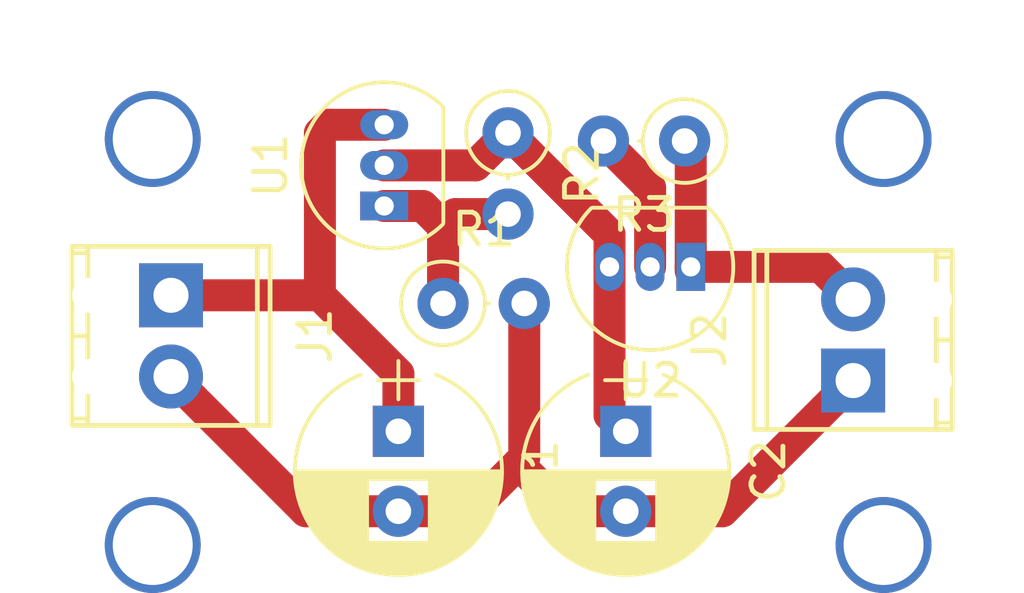
<source format=kicad_pcb>
(kicad_pcb (version 20171130) (host pcbnew 5.0.0-rc2-dev-unknown-6866c0c~65~ubuntu16.04.1)

  (general
    (thickness 1.6)
    (drawings 0)
    (tracks 38)
    (zones 0)
    (modules 9)
    (nets 7)
  )

  (page A4)
  (layers
    (0 F.Cu signal)
    (31 B.Cu signal)
    (32 B.Adhes user)
    (33 F.Adhes user)
    (34 B.Paste user)
    (35 F.Paste user)
    (36 B.SilkS user)
    (37 F.SilkS user)
    (38 B.Mask user)
    (39 F.Mask user)
    (40 Dwgs.User user)
    (41 Cmts.User user)
    (42 Eco1.User user)
    (43 Eco2.User user)
    (44 Edge.Cuts user)
    (45 Margin user)
    (46 B.CrtYd user)
    (47 F.CrtYd user)
    (48 B.Fab user)
    (49 F.Fab user)
  )

  (setup
    (last_trace_width 0.25)
    (trace_clearance 0.2)
    (zone_clearance 0.508)
    (zone_45_only no)
    (trace_min 0.2)
    (segment_width 0.2)
    (edge_width 0.15)
    (via_size 0.8)
    (via_drill 0.4)
    (via_min_size 0.4)
    (via_min_drill 0.3)
    (uvia_size 0.3)
    (uvia_drill 0.1)
    (uvias_allowed no)
    (uvia_min_size 0.2)
    (uvia_min_drill 0.1)
    (pcb_text_width 0.3)
    (pcb_text_size 1.5 1.5)
    (mod_edge_width 0.15)
    (mod_text_size 1 1)
    (mod_text_width 0.15)
    (pad_size 1.524 1.524)
    (pad_drill 0.762)
    (pad_to_mask_clearance 0.2)
    (aux_axis_origin 0 0)
    (visible_elements FFFFFFFF)
    (pcbplotparams
      (layerselection 0x010fc_ffffffff)
      (usegerberextensions false)
      (usegerberattributes false)
      (usegerberadvancedattributes false)
      (creategerberjobfile false)
      (excludeedgelayer true)
      (linewidth 0.100000)
      (plotframeref false)
      (viasonmask false)
      (mode 1)
      (useauxorigin false)
      (hpglpennumber 1)
      (hpglpenspeed 20)
      (hpglpendiameter 15)
      (psnegative false)
      (psa4output false)
      (plotreference true)
      (plotvalue true)
      (plotinvisibletext false)
      (padsonsilk false)
      (subtractmaskfromsilk false)
      (outputformat 1)
      (mirror false)
      (drillshape 1)
      (scaleselection 1)
      (outputdirectory ""))
  )

  (net 0 "")
  (net 1 "Net-(C1-Pad1)")
  (net 2 "Net-(C2-Pad1)")
  (net 3 "Net-(R1-Pad1)")
  (net 4 "Net-(R3-Pad2)")
  (net 5 "Net-(J2-Pad2)")
  (net 6 /GND)

  (net_class Default "This is the default net class."
    (clearance 0.2)
    (trace_width 0.25)
    (via_dia 0.8)
    (via_drill 0.4)
    (uvia_dia 0.3)
    (uvia_drill 0.1)
  )

  (net_class B ""
    (clearance 0.2)
    (trace_width 1)
    (via_dia 0.8)
    (via_drill 0.4)
    (uvia_dia 0.3)
    (uvia_drill 0.1)
    (add_net /GND)
    (add_net "Net-(C1-Pad1)")
    (add_net "Net-(C2-Pad1)")
    (add_net "Net-(J2-Pad2)")
    (add_net "Net-(R1-Pad1)")
    (add_net "Net-(R3-Pad2)")
  )

  (module Capacitors_THT:CP_Radial_D6.3mm_P2.50mm (layer F.Cu) (tedit 597BC7C2) (tstamp 5AF3987B)
    (at 163.8935 104.394 270)
    (descr "CP, Radial series, Radial, pin pitch=2.50mm, , diameter=6.3mm, Electrolytic Capacitor")
    (tags "CP Radial series Radial pin pitch 2.50mm  diameter 6.3mm Electrolytic Capacitor")
    (path /5AF3A1A7)
    (fp_text reference C1 (at 1.25 -4.46 270) (layer F.SilkS)
      (effects (font (size 1 1) (thickness 0.15)))
    )
    (fp_text value CP (at 1.25 4.46 270) (layer F.Fab)
      (effects (font (size 1 1) (thickness 0.15)))
    )
    (fp_arc (start 1.25 0) (end -1.767482 -1.18) (angle 137.3) (layer F.SilkS) (width 0.12))
    (fp_arc (start 1.25 0) (end -1.767482 1.18) (angle -137.3) (layer F.SilkS) (width 0.12))
    (fp_arc (start 1.25 0) (end 4.267482 -1.18) (angle 42.7) (layer F.SilkS) (width 0.12))
    (fp_circle (center 1.25 0) (end 4.4 0) (layer F.Fab) (width 0.1))
    (fp_line (start -2.2 0) (end -1 0) (layer F.Fab) (width 0.1))
    (fp_line (start -1.6 -0.65) (end -1.6 0.65) (layer F.Fab) (width 0.1))
    (fp_line (start 1.25 -3.2) (end 1.25 3.2) (layer F.SilkS) (width 0.12))
    (fp_line (start 1.29 -3.2) (end 1.29 3.2) (layer F.SilkS) (width 0.12))
    (fp_line (start 1.33 -3.2) (end 1.33 3.2) (layer F.SilkS) (width 0.12))
    (fp_line (start 1.37 -3.198) (end 1.37 3.198) (layer F.SilkS) (width 0.12))
    (fp_line (start 1.41 -3.197) (end 1.41 3.197) (layer F.SilkS) (width 0.12))
    (fp_line (start 1.45 -3.194) (end 1.45 3.194) (layer F.SilkS) (width 0.12))
    (fp_line (start 1.49 -3.192) (end 1.49 3.192) (layer F.SilkS) (width 0.12))
    (fp_line (start 1.53 -3.188) (end 1.53 -0.98) (layer F.SilkS) (width 0.12))
    (fp_line (start 1.53 0.98) (end 1.53 3.188) (layer F.SilkS) (width 0.12))
    (fp_line (start 1.57 -3.185) (end 1.57 -0.98) (layer F.SilkS) (width 0.12))
    (fp_line (start 1.57 0.98) (end 1.57 3.185) (layer F.SilkS) (width 0.12))
    (fp_line (start 1.61 -3.18) (end 1.61 -0.98) (layer F.SilkS) (width 0.12))
    (fp_line (start 1.61 0.98) (end 1.61 3.18) (layer F.SilkS) (width 0.12))
    (fp_line (start 1.65 -3.176) (end 1.65 -0.98) (layer F.SilkS) (width 0.12))
    (fp_line (start 1.65 0.98) (end 1.65 3.176) (layer F.SilkS) (width 0.12))
    (fp_line (start 1.69 -3.17) (end 1.69 -0.98) (layer F.SilkS) (width 0.12))
    (fp_line (start 1.69 0.98) (end 1.69 3.17) (layer F.SilkS) (width 0.12))
    (fp_line (start 1.73 -3.165) (end 1.73 -0.98) (layer F.SilkS) (width 0.12))
    (fp_line (start 1.73 0.98) (end 1.73 3.165) (layer F.SilkS) (width 0.12))
    (fp_line (start 1.77 -3.158) (end 1.77 -0.98) (layer F.SilkS) (width 0.12))
    (fp_line (start 1.77 0.98) (end 1.77 3.158) (layer F.SilkS) (width 0.12))
    (fp_line (start 1.81 -3.152) (end 1.81 -0.98) (layer F.SilkS) (width 0.12))
    (fp_line (start 1.81 0.98) (end 1.81 3.152) (layer F.SilkS) (width 0.12))
    (fp_line (start 1.85 -3.144) (end 1.85 -0.98) (layer F.SilkS) (width 0.12))
    (fp_line (start 1.85 0.98) (end 1.85 3.144) (layer F.SilkS) (width 0.12))
    (fp_line (start 1.89 -3.137) (end 1.89 -0.98) (layer F.SilkS) (width 0.12))
    (fp_line (start 1.89 0.98) (end 1.89 3.137) (layer F.SilkS) (width 0.12))
    (fp_line (start 1.93 -3.128) (end 1.93 -0.98) (layer F.SilkS) (width 0.12))
    (fp_line (start 1.93 0.98) (end 1.93 3.128) (layer F.SilkS) (width 0.12))
    (fp_line (start 1.971 -3.119) (end 1.971 -0.98) (layer F.SilkS) (width 0.12))
    (fp_line (start 1.971 0.98) (end 1.971 3.119) (layer F.SilkS) (width 0.12))
    (fp_line (start 2.011 -3.11) (end 2.011 -0.98) (layer F.SilkS) (width 0.12))
    (fp_line (start 2.011 0.98) (end 2.011 3.11) (layer F.SilkS) (width 0.12))
    (fp_line (start 2.051 -3.1) (end 2.051 -0.98) (layer F.SilkS) (width 0.12))
    (fp_line (start 2.051 0.98) (end 2.051 3.1) (layer F.SilkS) (width 0.12))
    (fp_line (start 2.091 -3.09) (end 2.091 -0.98) (layer F.SilkS) (width 0.12))
    (fp_line (start 2.091 0.98) (end 2.091 3.09) (layer F.SilkS) (width 0.12))
    (fp_line (start 2.131 -3.079) (end 2.131 -0.98) (layer F.SilkS) (width 0.12))
    (fp_line (start 2.131 0.98) (end 2.131 3.079) (layer F.SilkS) (width 0.12))
    (fp_line (start 2.171 -3.067) (end 2.171 -0.98) (layer F.SilkS) (width 0.12))
    (fp_line (start 2.171 0.98) (end 2.171 3.067) (layer F.SilkS) (width 0.12))
    (fp_line (start 2.211 -3.055) (end 2.211 -0.98) (layer F.SilkS) (width 0.12))
    (fp_line (start 2.211 0.98) (end 2.211 3.055) (layer F.SilkS) (width 0.12))
    (fp_line (start 2.251 -3.042) (end 2.251 -0.98) (layer F.SilkS) (width 0.12))
    (fp_line (start 2.251 0.98) (end 2.251 3.042) (layer F.SilkS) (width 0.12))
    (fp_line (start 2.291 -3.029) (end 2.291 -0.98) (layer F.SilkS) (width 0.12))
    (fp_line (start 2.291 0.98) (end 2.291 3.029) (layer F.SilkS) (width 0.12))
    (fp_line (start 2.331 -3.015) (end 2.331 -0.98) (layer F.SilkS) (width 0.12))
    (fp_line (start 2.331 0.98) (end 2.331 3.015) (layer F.SilkS) (width 0.12))
    (fp_line (start 2.371 -3.001) (end 2.371 -0.98) (layer F.SilkS) (width 0.12))
    (fp_line (start 2.371 0.98) (end 2.371 3.001) (layer F.SilkS) (width 0.12))
    (fp_line (start 2.411 -2.986) (end 2.411 -0.98) (layer F.SilkS) (width 0.12))
    (fp_line (start 2.411 0.98) (end 2.411 2.986) (layer F.SilkS) (width 0.12))
    (fp_line (start 2.451 -2.97) (end 2.451 -0.98) (layer F.SilkS) (width 0.12))
    (fp_line (start 2.451 0.98) (end 2.451 2.97) (layer F.SilkS) (width 0.12))
    (fp_line (start 2.491 -2.954) (end 2.491 -0.98) (layer F.SilkS) (width 0.12))
    (fp_line (start 2.491 0.98) (end 2.491 2.954) (layer F.SilkS) (width 0.12))
    (fp_line (start 2.531 -2.937) (end 2.531 -0.98) (layer F.SilkS) (width 0.12))
    (fp_line (start 2.531 0.98) (end 2.531 2.937) (layer F.SilkS) (width 0.12))
    (fp_line (start 2.571 -2.919) (end 2.571 -0.98) (layer F.SilkS) (width 0.12))
    (fp_line (start 2.571 0.98) (end 2.571 2.919) (layer F.SilkS) (width 0.12))
    (fp_line (start 2.611 -2.901) (end 2.611 -0.98) (layer F.SilkS) (width 0.12))
    (fp_line (start 2.611 0.98) (end 2.611 2.901) (layer F.SilkS) (width 0.12))
    (fp_line (start 2.651 -2.882) (end 2.651 -0.98) (layer F.SilkS) (width 0.12))
    (fp_line (start 2.651 0.98) (end 2.651 2.882) (layer F.SilkS) (width 0.12))
    (fp_line (start 2.691 -2.863) (end 2.691 -0.98) (layer F.SilkS) (width 0.12))
    (fp_line (start 2.691 0.98) (end 2.691 2.863) (layer F.SilkS) (width 0.12))
    (fp_line (start 2.731 -2.843) (end 2.731 -0.98) (layer F.SilkS) (width 0.12))
    (fp_line (start 2.731 0.98) (end 2.731 2.843) (layer F.SilkS) (width 0.12))
    (fp_line (start 2.771 -2.822) (end 2.771 -0.98) (layer F.SilkS) (width 0.12))
    (fp_line (start 2.771 0.98) (end 2.771 2.822) (layer F.SilkS) (width 0.12))
    (fp_line (start 2.811 -2.8) (end 2.811 -0.98) (layer F.SilkS) (width 0.12))
    (fp_line (start 2.811 0.98) (end 2.811 2.8) (layer F.SilkS) (width 0.12))
    (fp_line (start 2.851 -2.778) (end 2.851 -0.98) (layer F.SilkS) (width 0.12))
    (fp_line (start 2.851 0.98) (end 2.851 2.778) (layer F.SilkS) (width 0.12))
    (fp_line (start 2.891 -2.755) (end 2.891 -0.98) (layer F.SilkS) (width 0.12))
    (fp_line (start 2.891 0.98) (end 2.891 2.755) (layer F.SilkS) (width 0.12))
    (fp_line (start 2.931 -2.731) (end 2.931 -0.98) (layer F.SilkS) (width 0.12))
    (fp_line (start 2.931 0.98) (end 2.931 2.731) (layer F.SilkS) (width 0.12))
    (fp_line (start 2.971 -2.706) (end 2.971 -0.98) (layer F.SilkS) (width 0.12))
    (fp_line (start 2.971 0.98) (end 2.971 2.706) (layer F.SilkS) (width 0.12))
    (fp_line (start 3.011 -2.681) (end 3.011 -0.98) (layer F.SilkS) (width 0.12))
    (fp_line (start 3.011 0.98) (end 3.011 2.681) (layer F.SilkS) (width 0.12))
    (fp_line (start 3.051 -2.654) (end 3.051 -0.98) (layer F.SilkS) (width 0.12))
    (fp_line (start 3.051 0.98) (end 3.051 2.654) (layer F.SilkS) (width 0.12))
    (fp_line (start 3.091 -2.627) (end 3.091 -0.98) (layer F.SilkS) (width 0.12))
    (fp_line (start 3.091 0.98) (end 3.091 2.627) (layer F.SilkS) (width 0.12))
    (fp_line (start 3.131 -2.599) (end 3.131 -0.98) (layer F.SilkS) (width 0.12))
    (fp_line (start 3.131 0.98) (end 3.131 2.599) (layer F.SilkS) (width 0.12))
    (fp_line (start 3.171 -2.57) (end 3.171 -0.98) (layer F.SilkS) (width 0.12))
    (fp_line (start 3.171 0.98) (end 3.171 2.57) (layer F.SilkS) (width 0.12))
    (fp_line (start 3.211 -2.54) (end 3.211 -0.98) (layer F.SilkS) (width 0.12))
    (fp_line (start 3.211 0.98) (end 3.211 2.54) (layer F.SilkS) (width 0.12))
    (fp_line (start 3.251 -2.51) (end 3.251 -0.98) (layer F.SilkS) (width 0.12))
    (fp_line (start 3.251 0.98) (end 3.251 2.51) (layer F.SilkS) (width 0.12))
    (fp_line (start 3.291 -2.478) (end 3.291 -0.98) (layer F.SilkS) (width 0.12))
    (fp_line (start 3.291 0.98) (end 3.291 2.478) (layer F.SilkS) (width 0.12))
    (fp_line (start 3.331 -2.445) (end 3.331 -0.98) (layer F.SilkS) (width 0.12))
    (fp_line (start 3.331 0.98) (end 3.331 2.445) (layer F.SilkS) (width 0.12))
    (fp_line (start 3.371 -2.411) (end 3.371 -0.98) (layer F.SilkS) (width 0.12))
    (fp_line (start 3.371 0.98) (end 3.371 2.411) (layer F.SilkS) (width 0.12))
    (fp_line (start 3.411 -2.375) (end 3.411 -0.98) (layer F.SilkS) (width 0.12))
    (fp_line (start 3.411 0.98) (end 3.411 2.375) (layer F.SilkS) (width 0.12))
    (fp_line (start 3.451 -2.339) (end 3.451 -0.98) (layer F.SilkS) (width 0.12))
    (fp_line (start 3.451 0.98) (end 3.451 2.339) (layer F.SilkS) (width 0.12))
    (fp_line (start 3.491 -2.301) (end 3.491 2.301) (layer F.SilkS) (width 0.12))
    (fp_line (start 3.531 -2.262) (end 3.531 2.262) (layer F.SilkS) (width 0.12))
    (fp_line (start 3.571 -2.222) (end 3.571 2.222) (layer F.SilkS) (width 0.12))
    (fp_line (start 3.611 -2.18) (end 3.611 2.18) (layer F.SilkS) (width 0.12))
    (fp_line (start 3.651 -2.137) (end 3.651 2.137) (layer F.SilkS) (width 0.12))
    (fp_line (start 3.691 -2.092) (end 3.691 2.092) (layer F.SilkS) (width 0.12))
    (fp_line (start 3.731 -2.045) (end 3.731 2.045) (layer F.SilkS) (width 0.12))
    (fp_line (start 3.771 -1.997) (end 3.771 1.997) (layer F.SilkS) (width 0.12))
    (fp_line (start 3.811 -1.946) (end 3.811 1.946) (layer F.SilkS) (width 0.12))
    (fp_line (start 3.851 -1.894) (end 3.851 1.894) (layer F.SilkS) (width 0.12))
    (fp_line (start 3.891 -1.839) (end 3.891 1.839) (layer F.SilkS) (width 0.12))
    (fp_line (start 3.931 -1.781) (end 3.931 1.781) (layer F.SilkS) (width 0.12))
    (fp_line (start 3.971 -1.721) (end 3.971 1.721) (layer F.SilkS) (width 0.12))
    (fp_line (start 4.011 -1.658) (end 4.011 1.658) (layer F.SilkS) (width 0.12))
    (fp_line (start 4.051 -1.591) (end 4.051 1.591) (layer F.SilkS) (width 0.12))
    (fp_line (start 4.091 -1.52) (end 4.091 1.52) (layer F.SilkS) (width 0.12))
    (fp_line (start 4.131 -1.445) (end 4.131 1.445) (layer F.SilkS) (width 0.12))
    (fp_line (start 4.171 -1.364) (end 4.171 1.364) (layer F.SilkS) (width 0.12))
    (fp_line (start 4.211 -1.278) (end 4.211 1.278) (layer F.SilkS) (width 0.12))
    (fp_line (start 4.251 -1.184) (end 4.251 1.184) (layer F.SilkS) (width 0.12))
    (fp_line (start 4.291 -1.081) (end 4.291 1.081) (layer F.SilkS) (width 0.12))
    (fp_line (start 4.331 -0.966) (end 4.331 0.966) (layer F.SilkS) (width 0.12))
    (fp_line (start 4.371 -0.834) (end 4.371 0.834) (layer F.SilkS) (width 0.12))
    (fp_line (start 4.411 -0.676) (end 4.411 0.676) (layer F.SilkS) (width 0.12))
    (fp_line (start 4.451 -0.468) (end 4.451 0.468) (layer F.SilkS) (width 0.12))
    (fp_line (start -2.2 0) (end -1 0) (layer F.SilkS) (width 0.12))
    (fp_line (start -1.6 -0.65) (end -1.6 0.65) (layer F.SilkS) (width 0.12))
    (fp_line (start -2.25 -3.5) (end -2.25 3.5) (layer F.CrtYd) (width 0.05))
    (fp_line (start -2.25 3.5) (end 4.75 3.5) (layer F.CrtYd) (width 0.05))
    (fp_line (start 4.75 3.5) (end 4.75 -3.5) (layer F.CrtYd) (width 0.05))
    (fp_line (start 4.75 -3.5) (end -2.25 -3.5) (layer F.CrtYd) (width 0.05))
    (fp_text user %R (at 1.25 0 270) (layer F.Fab)
      (effects (font (size 1 1) (thickness 0.15)))
    )
    (pad 1 thru_hole rect (at 0 0 270) (size 1.6 1.6) (drill 0.8) (layers *.Cu *.Mask)
      (net 1 "Net-(C1-Pad1)"))
    (pad 2 thru_hole circle (at 2.5 0 270) (size 1.6 1.6) (drill 0.8) (layers *.Cu *.Mask)
      (net 6 /GND))
    (model ${KISYS3DMOD}/Capacitors_THT.3dshapes/CP_Radial_D6.3mm_P2.50mm.wrl
      (at (xyz 0 0 0))
      (scale (xyz 1 1 1))
      (rotate (xyz 0 0 0))
    )
  )

  (module Capacitors_THT:CP_Radial_D6.3mm_P2.50mm (layer F.Cu) (tedit 597BC7C2) (tstamp 5AF39AB5)
    (at 171.0055 104.394 270)
    (descr "CP, Radial series, Radial, pin pitch=2.50mm, , diameter=6.3mm, Electrolytic Capacitor")
    (tags "CP Radial series Radial pin pitch 2.50mm  diameter 6.3mm Electrolytic Capacitor")
    (path /5AF3A23D)
    (fp_text reference C2 (at 1.25 -4.46 270) (layer F.SilkS)
      (effects (font (size 1 1) (thickness 0.15)))
    )
    (fp_text value CP (at 1.25 4.46 270) (layer F.Fab)
      (effects (font (size 1 1) (thickness 0.15)))
    )
    (fp_text user %R (at 1.25 0 270) (layer F.Fab)
      (effects (font (size 1 1) (thickness 0.15)))
    )
    (fp_line (start 4.75 -3.5) (end -2.25 -3.5) (layer F.CrtYd) (width 0.05))
    (fp_line (start 4.75 3.5) (end 4.75 -3.5) (layer F.CrtYd) (width 0.05))
    (fp_line (start -2.25 3.5) (end 4.75 3.5) (layer F.CrtYd) (width 0.05))
    (fp_line (start -2.25 -3.5) (end -2.25 3.5) (layer F.CrtYd) (width 0.05))
    (fp_line (start -1.6 -0.65) (end -1.6 0.65) (layer F.SilkS) (width 0.12))
    (fp_line (start -2.2 0) (end -1 0) (layer F.SilkS) (width 0.12))
    (fp_line (start 4.451 -0.468) (end 4.451 0.468) (layer F.SilkS) (width 0.12))
    (fp_line (start 4.411 -0.676) (end 4.411 0.676) (layer F.SilkS) (width 0.12))
    (fp_line (start 4.371 -0.834) (end 4.371 0.834) (layer F.SilkS) (width 0.12))
    (fp_line (start 4.331 -0.966) (end 4.331 0.966) (layer F.SilkS) (width 0.12))
    (fp_line (start 4.291 -1.081) (end 4.291 1.081) (layer F.SilkS) (width 0.12))
    (fp_line (start 4.251 -1.184) (end 4.251 1.184) (layer F.SilkS) (width 0.12))
    (fp_line (start 4.211 -1.278) (end 4.211 1.278) (layer F.SilkS) (width 0.12))
    (fp_line (start 4.171 -1.364) (end 4.171 1.364) (layer F.SilkS) (width 0.12))
    (fp_line (start 4.131 -1.445) (end 4.131 1.445) (layer F.SilkS) (width 0.12))
    (fp_line (start 4.091 -1.52) (end 4.091 1.52) (layer F.SilkS) (width 0.12))
    (fp_line (start 4.051 -1.591) (end 4.051 1.591) (layer F.SilkS) (width 0.12))
    (fp_line (start 4.011 -1.658) (end 4.011 1.658) (layer F.SilkS) (width 0.12))
    (fp_line (start 3.971 -1.721) (end 3.971 1.721) (layer F.SilkS) (width 0.12))
    (fp_line (start 3.931 -1.781) (end 3.931 1.781) (layer F.SilkS) (width 0.12))
    (fp_line (start 3.891 -1.839) (end 3.891 1.839) (layer F.SilkS) (width 0.12))
    (fp_line (start 3.851 -1.894) (end 3.851 1.894) (layer F.SilkS) (width 0.12))
    (fp_line (start 3.811 -1.946) (end 3.811 1.946) (layer F.SilkS) (width 0.12))
    (fp_line (start 3.771 -1.997) (end 3.771 1.997) (layer F.SilkS) (width 0.12))
    (fp_line (start 3.731 -2.045) (end 3.731 2.045) (layer F.SilkS) (width 0.12))
    (fp_line (start 3.691 -2.092) (end 3.691 2.092) (layer F.SilkS) (width 0.12))
    (fp_line (start 3.651 -2.137) (end 3.651 2.137) (layer F.SilkS) (width 0.12))
    (fp_line (start 3.611 -2.18) (end 3.611 2.18) (layer F.SilkS) (width 0.12))
    (fp_line (start 3.571 -2.222) (end 3.571 2.222) (layer F.SilkS) (width 0.12))
    (fp_line (start 3.531 -2.262) (end 3.531 2.262) (layer F.SilkS) (width 0.12))
    (fp_line (start 3.491 -2.301) (end 3.491 2.301) (layer F.SilkS) (width 0.12))
    (fp_line (start 3.451 0.98) (end 3.451 2.339) (layer F.SilkS) (width 0.12))
    (fp_line (start 3.451 -2.339) (end 3.451 -0.98) (layer F.SilkS) (width 0.12))
    (fp_line (start 3.411 0.98) (end 3.411 2.375) (layer F.SilkS) (width 0.12))
    (fp_line (start 3.411 -2.375) (end 3.411 -0.98) (layer F.SilkS) (width 0.12))
    (fp_line (start 3.371 0.98) (end 3.371 2.411) (layer F.SilkS) (width 0.12))
    (fp_line (start 3.371 -2.411) (end 3.371 -0.98) (layer F.SilkS) (width 0.12))
    (fp_line (start 3.331 0.98) (end 3.331 2.445) (layer F.SilkS) (width 0.12))
    (fp_line (start 3.331 -2.445) (end 3.331 -0.98) (layer F.SilkS) (width 0.12))
    (fp_line (start 3.291 0.98) (end 3.291 2.478) (layer F.SilkS) (width 0.12))
    (fp_line (start 3.291 -2.478) (end 3.291 -0.98) (layer F.SilkS) (width 0.12))
    (fp_line (start 3.251 0.98) (end 3.251 2.51) (layer F.SilkS) (width 0.12))
    (fp_line (start 3.251 -2.51) (end 3.251 -0.98) (layer F.SilkS) (width 0.12))
    (fp_line (start 3.211 0.98) (end 3.211 2.54) (layer F.SilkS) (width 0.12))
    (fp_line (start 3.211 -2.54) (end 3.211 -0.98) (layer F.SilkS) (width 0.12))
    (fp_line (start 3.171 0.98) (end 3.171 2.57) (layer F.SilkS) (width 0.12))
    (fp_line (start 3.171 -2.57) (end 3.171 -0.98) (layer F.SilkS) (width 0.12))
    (fp_line (start 3.131 0.98) (end 3.131 2.599) (layer F.SilkS) (width 0.12))
    (fp_line (start 3.131 -2.599) (end 3.131 -0.98) (layer F.SilkS) (width 0.12))
    (fp_line (start 3.091 0.98) (end 3.091 2.627) (layer F.SilkS) (width 0.12))
    (fp_line (start 3.091 -2.627) (end 3.091 -0.98) (layer F.SilkS) (width 0.12))
    (fp_line (start 3.051 0.98) (end 3.051 2.654) (layer F.SilkS) (width 0.12))
    (fp_line (start 3.051 -2.654) (end 3.051 -0.98) (layer F.SilkS) (width 0.12))
    (fp_line (start 3.011 0.98) (end 3.011 2.681) (layer F.SilkS) (width 0.12))
    (fp_line (start 3.011 -2.681) (end 3.011 -0.98) (layer F.SilkS) (width 0.12))
    (fp_line (start 2.971 0.98) (end 2.971 2.706) (layer F.SilkS) (width 0.12))
    (fp_line (start 2.971 -2.706) (end 2.971 -0.98) (layer F.SilkS) (width 0.12))
    (fp_line (start 2.931 0.98) (end 2.931 2.731) (layer F.SilkS) (width 0.12))
    (fp_line (start 2.931 -2.731) (end 2.931 -0.98) (layer F.SilkS) (width 0.12))
    (fp_line (start 2.891 0.98) (end 2.891 2.755) (layer F.SilkS) (width 0.12))
    (fp_line (start 2.891 -2.755) (end 2.891 -0.98) (layer F.SilkS) (width 0.12))
    (fp_line (start 2.851 0.98) (end 2.851 2.778) (layer F.SilkS) (width 0.12))
    (fp_line (start 2.851 -2.778) (end 2.851 -0.98) (layer F.SilkS) (width 0.12))
    (fp_line (start 2.811 0.98) (end 2.811 2.8) (layer F.SilkS) (width 0.12))
    (fp_line (start 2.811 -2.8) (end 2.811 -0.98) (layer F.SilkS) (width 0.12))
    (fp_line (start 2.771 0.98) (end 2.771 2.822) (layer F.SilkS) (width 0.12))
    (fp_line (start 2.771 -2.822) (end 2.771 -0.98) (layer F.SilkS) (width 0.12))
    (fp_line (start 2.731 0.98) (end 2.731 2.843) (layer F.SilkS) (width 0.12))
    (fp_line (start 2.731 -2.843) (end 2.731 -0.98) (layer F.SilkS) (width 0.12))
    (fp_line (start 2.691 0.98) (end 2.691 2.863) (layer F.SilkS) (width 0.12))
    (fp_line (start 2.691 -2.863) (end 2.691 -0.98) (layer F.SilkS) (width 0.12))
    (fp_line (start 2.651 0.98) (end 2.651 2.882) (layer F.SilkS) (width 0.12))
    (fp_line (start 2.651 -2.882) (end 2.651 -0.98) (layer F.SilkS) (width 0.12))
    (fp_line (start 2.611 0.98) (end 2.611 2.901) (layer F.SilkS) (width 0.12))
    (fp_line (start 2.611 -2.901) (end 2.611 -0.98) (layer F.SilkS) (width 0.12))
    (fp_line (start 2.571 0.98) (end 2.571 2.919) (layer F.SilkS) (width 0.12))
    (fp_line (start 2.571 -2.919) (end 2.571 -0.98) (layer F.SilkS) (width 0.12))
    (fp_line (start 2.531 0.98) (end 2.531 2.937) (layer F.SilkS) (width 0.12))
    (fp_line (start 2.531 -2.937) (end 2.531 -0.98) (layer F.SilkS) (width 0.12))
    (fp_line (start 2.491 0.98) (end 2.491 2.954) (layer F.SilkS) (width 0.12))
    (fp_line (start 2.491 -2.954) (end 2.491 -0.98) (layer F.SilkS) (width 0.12))
    (fp_line (start 2.451 0.98) (end 2.451 2.97) (layer F.SilkS) (width 0.12))
    (fp_line (start 2.451 -2.97) (end 2.451 -0.98) (layer F.SilkS) (width 0.12))
    (fp_line (start 2.411 0.98) (end 2.411 2.986) (layer F.SilkS) (width 0.12))
    (fp_line (start 2.411 -2.986) (end 2.411 -0.98) (layer F.SilkS) (width 0.12))
    (fp_line (start 2.371 0.98) (end 2.371 3.001) (layer F.SilkS) (width 0.12))
    (fp_line (start 2.371 -3.001) (end 2.371 -0.98) (layer F.SilkS) (width 0.12))
    (fp_line (start 2.331 0.98) (end 2.331 3.015) (layer F.SilkS) (width 0.12))
    (fp_line (start 2.331 -3.015) (end 2.331 -0.98) (layer F.SilkS) (width 0.12))
    (fp_line (start 2.291 0.98) (end 2.291 3.029) (layer F.SilkS) (width 0.12))
    (fp_line (start 2.291 -3.029) (end 2.291 -0.98) (layer F.SilkS) (width 0.12))
    (fp_line (start 2.251 0.98) (end 2.251 3.042) (layer F.SilkS) (width 0.12))
    (fp_line (start 2.251 -3.042) (end 2.251 -0.98) (layer F.SilkS) (width 0.12))
    (fp_line (start 2.211 0.98) (end 2.211 3.055) (layer F.SilkS) (width 0.12))
    (fp_line (start 2.211 -3.055) (end 2.211 -0.98) (layer F.SilkS) (width 0.12))
    (fp_line (start 2.171 0.98) (end 2.171 3.067) (layer F.SilkS) (width 0.12))
    (fp_line (start 2.171 -3.067) (end 2.171 -0.98) (layer F.SilkS) (width 0.12))
    (fp_line (start 2.131 0.98) (end 2.131 3.079) (layer F.SilkS) (width 0.12))
    (fp_line (start 2.131 -3.079) (end 2.131 -0.98) (layer F.SilkS) (width 0.12))
    (fp_line (start 2.091 0.98) (end 2.091 3.09) (layer F.SilkS) (width 0.12))
    (fp_line (start 2.091 -3.09) (end 2.091 -0.98) (layer F.SilkS) (width 0.12))
    (fp_line (start 2.051 0.98) (end 2.051 3.1) (layer F.SilkS) (width 0.12))
    (fp_line (start 2.051 -3.1) (end 2.051 -0.98) (layer F.SilkS) (width 0.12))
    (fp_line (start 2.011 0.98) (end 2.011 3.11) (layer F.SilkS) (width 0.12))
    (fp_line (start 2.011 -3.11) (end 2.011 -0.98) (layer F.SilkS) (width 0.12))
    (fp_line (start 1.971 0.98) (end 1.971 3.119) (layer F.SilkS) (width 0.12))
    (fp_line (start 1.971 -3.119) (end 1.971 -0.98) (layer F.SilkS) (width 0.12))
    (fp_line (start 1.93 0.98) (end 1.93 3.128) (layer F.SilkS) (width 0.12))
    (fp_line (start 1.93 -3.128) (end 1.93 -0.98) (layer F.SilkS) (width 0.12))
    (fp_line (start 1.89 0.98) (end 1.89 3.137) (layer F.SilkS) (width 0.12))
    (fp_line (start 1.89 -3.137) (end 1.89 -0.98) (layer F.SilkS) (width 0.12))
    (fp_line (start 1.85 0.98) (end 1.85 3.144) (layer F.SilkS) (width 0.12))
    (fp_line (start 1.85 -3.144) (end 1.85 -0.98) (layer F.SilkS) (width 0.12))
    (fp_line (start 1.81 0.98) (end 1.81 3.152) (layer F.SilkS) (width 0.12))
    (fp_line (start 1.81 -3.152) (end 1.81 -0.98) (layer F.SilkS) (width 0.12))
    (fp_line (start 1.77 0.98) (end 1.77 3.158) (layer F.SilkS) (width 0.12))
    (fp_line (start 1.77 -3.158) (end 1.77 -0.98) (layer F.SilkS) (width 0.12))
    (fp_line (start 1.73 0.98) (end 1.73 3.165) (layer F.SilkS) (width 0.12))
    (fp_line (start 1.73 -3.165) (end 1.73 -0.98) (layer F.SilkS) (width 0.12))
    (fp_line (start 1.69 0.98) (end 1.69 3.17) (layer F.SilkS) (width 0.12))
    (fp_line (start 1.69 -3.17) (end 1.69 -0.98) (layer F.SilkS) (width 0.12))
    (fp_line (start 1.65 0.98) (end 1.65 3.176) (layer F.SilkS) (width 0.12))
    (fp_line (start 1.65 -3.176) (end 1.65 -0.98) (layer F.SilkS) (width 0.12))
    (fp_line (start 1.61 0.98) (end 1.61 3.18) (layer F.SilkS) (width 0.12))
    (fp_line (start 1.61 -3.18) (end 1.61 -0.98) (layer F.SilkS) (width 0.12))
    (fp_line (start 1.57 0.98) (end 1.57 3.185) (layer F.SilkS) (width 0.12))
    (fp_line (start 1.57 -3.185) (end 1.57 -0.98) (layer F.SilkS) (width 0.12))
    (fp_line (start 1.53 0.98) (end 1.53 3.188) (layer F.SilkS) (width 0.12))
    (fp_line (start 1.53 -3.188) (end 1.53 -0.98) (layer F.SilkS) (width 0.12))
    (fp_line (start 1.49 -3.192) (end 1.49 3.192) (layer F.SilkS) (width 0.12))
    (fp_line (start 1.45 -3.194) (end 1.45 3.194) (layer F.SilkS) (width 0.12))
    (fp_line (start 1.41 -3.197) (end 1.41 3.197) (layer F.SilkS) (width 0.12))
    (fp_line (start 1.37 -3.198) (end 1.37 3.198) (layer F.SilkS) (width 0.12))
    (fp_line (start 1.33 -3.2) (end 1.33 3.2) (layer F.SilkS) (width 0.12))
    (fp_line (start 1.29 -3.2) (end 1.29 3.2) (layer F.SilkS) (width 0.12))
    (fp_line (start 1.25 -3.2) (end 1.25 3.2) (layer F.SilkS) (width 0.12))
    (fp_line (start -1.6 -0.65) (end -1.6 0.65) (layer F.Fab) (width 0.1))
    (fp_line (start -2.2 0) (end -1 0) (layer F.Fab) (width 0.1))
    (fp_circle (center 1.25 0) (end 4.4 0) (layer F.Fab) (width 0.1))
    (fp_arc (start 1.25 0) (end 4.267482 -1.18) (angle 42.7) (layer F.SilkS) (width 0.12))
    (fp_arc (start 1.25 0) (end -1.767482 1.18) (angle -137.3) (layer F.SilkS) (width 0.12))
    (fp_arc (start 1.25 0) (end -1.767482 -1.18) (angle 137.3) (layer F.SilkS) (width 0.12))
    (pad 2 thru_hole circle (at 2.5 0 270) (size 1.6 1.6) (drill 0.8) (layers *.Cu *.Mask)
      (net 6 /GND))
    (pad 1 thru_hole rect (at 0 0 270) (size 1.6 1.6) (drill 0.8) (layers *.Cu *.Mask)
      (net 2 "Net-(C2-Pad1)"))
    (model ${KISYS3DMOD}/Capacitors_THT.3dshapes/CP_Radial_D6.3mm_P2.50mm.wrl
      (at (xyz 0 0 0))
      (scale (xyz 1 1 1))
      (rotate (xyz 0 0 0))
    )
  )

  (module TerminalBlocks_Phoenix:TerminalBlock_Phoenix_MPT-2.54mm_2pol (layer F.Cu) (tedit 59FF0755) (tstamp 5AF399F7)
    (at 156.7815 100.1395 270)
    (descr "2-way 2.54mm pitch terminal block, Phoenix MPT series")
    (path /5AF43BC2)
    (fp_text reference J1 (at 1.27 -4.50088 270) (layer F.SilkS)
      (effects (font (size 1 1) (thickness 0.15)))
    )
    (fp_text value Power (at 1.27 4.50088 270) (layer F.Fab)
      (effects (font (size 1 1) (thickness 0.15)))
    )
    (fp_line (start -1.52908 -3.0988) (end -1.52908 3.0988) (layer F.SilkS) (width 0.15))
    (fp_line (start 4.06908 -3.0988) (end -1.52908 -3.0988) (layer F.SilkS) (width 0.15))
    (fp_line (start 4.06908 3.0988) (end 4.06908 -3.0988) (layer F.SilkS) (width 0.15))
    (fp_line (start -1.52908 3.0988) (end 4.06908 3.0988) (layer F.SilkS) (width 0.15))
    (fp_line (start -1.52908 -2.70002) (end 4.06908 -2.70002) (layer F.SilkS) (width 0.15))
    (fp_line (start 1.27 3.0988) (end 1.27 2.60096) (layer F.SilkS) (width 0.15))
    (fp_line (start 3.87096 2.60096) (end 3.87096 3.0988) (layer F.SilkS) (width 0.15))
    (fp_line (start -1.33096 3.0988) (end -1.33096 2.60096) (layer F.SilkS) (width 0.15))
    (fp_line (start 4.06908 2.60096) (end -1.52908 2.60096) (layer F.SilkS) (width 0.15))
    (fp_line (start 4.3 -3.3) (end 4.3 3.3) (layer F.CrtYd) (width 0.05))
    (fp_line (start 4.3 3.3) (end -1.7 3.3) (layer F.CrtYd) (width 0.05))
    (fp_line (start -1.7 3.3) (end -1.7 -3.3) (layer F.CrtYd) (width 0.05))
    (fp_line (start -1.7 -3.3) (end 4.3 -3.3) (layer F.CrtYd) (width 0.05))
    (fp_text user %R (at 1.27 1.045 180) (layer F.Fab)
      (effects (font (size 1 1) (thickness 0.15)))
    )
    (pad "" np_thru_hole circle (at 2.54 2.54 270) (size 1.1 1.1) (drill 1.1) (layers *.Cu *.Mask))
    (pad "" np_thru_hole circle (at 0 2.54 270) (size 1.1 1.1) (drill 1.1) (layers *.Cu *.Mask))
    (pad 1 thru_hole rect (at 0 0 270) (size 1.99898 1.99898) (drill 1.09728) (layers *.Cu *.Mask)
      (net 1 "Net-(C1-Pad1)"))
    (pad 2 thru_hole oval (at 2.54 0 270) (size 1.99898 1.99898) (drill 1.09728) (layers *.Cu *.Mask)
      (net 6 /GND))
    (model ${KISYS3DMOD}/TerminalBlock_Phoenix.3dshapes/TerminalBlock_Phoenix_MPT-2.54mm_2pol.wrl
      (offset (xyz 1.269999980926514 0 0))
      (scale (xyz 1 1 1))
      (rotate (xyz 0 0 0))
    )
  )

  (module TerminalBlocks_Phoenix:TerminalBlock_Phoenix_MPT-2.54mm_2pol (layer F.Cu) (tedit 59FF0755) (tstamp 5AF399B8)
    (at 178.1175 102.8065 90)
    (descr "2-way 2.54mm pitch terminal block, Phoenix MPT series")
    (path /5AF3F629)
    (fp_text reference J2 (at 1.27 -4.50088 90) (layer F.SilkS)
      (effects (font (size 1 1) (thickness 0.15)))
    )
    (fp_text value Output (at 1.27 4.50088 90) (layer F.Fab)
      (effects (font (size 1 1) (thickness 0.15)))
    )
    (fp_text user %R (at 1.27 1.045 90) (layer F.Fab)
      (effects (font (size 1 1) (thickness 0.15)))
    )
    (fp_line (start -1.7 -3.3) (end 4.3 -3.3) (layer F.CrtYd) (width 0.05))
    (fp_line (start -1.7 3.3) (end -1.7 -3.3) (layer F.CrtYd) (width 0.05))
    (fp_line (start 4.3 3.3) (end -1.7 3.3) (layer F.CrtYd) (width 0.05))
    (fp_line (start 4.3 -3.3) (end 4.3 3.3) (layer F.CrtYd) (width 0.05))
    (fp_line (start 4.06908 2.60096) (end -1.52908 2.60096) (layer F.SilkS) (width 0.15))
    (fp_line (start -1.33096 3.0988) (end -1.33096 2.60096) (layer F.SilkS) (width 0.15))
    (fp_line (start 3.87096 2.60096) (end 3.87096 3.0988) (layer F.SilkS) (width 0.15))
    (fp_line (start 1.27 3.0988) (end 1.27 2.60096) (layer F.SilkS) (width 0.15))
    (fp_line (start -1.52908 -2.70002) (end 4.06908 -2.70002) (layer F.SilkS) (width 0.15))
    (fp_line (start -1.52908 3.0988) (end 4.06908 3.0988) (layer F.SilkS) (width 0.15))
    (fp_line (start 4.06908 3.0988) (end 4.06908 -3.0988) (layer F.SilkS) (width 0.15))
    (fp_line (start 4.06908 -3.0988) (end -1.52908 -3.0988) (layer F.SilkS) (width 0.15))
    (fp_line (start -1.52908 -3.0988) (end -1.52908 3.0988) (layer F.SilkS) (width 0.15))
    (pad 2 thru_hole oval (at 2.54 0 90) (size 1.99898 1.99898) (drill 1.09728) (layers *.Cu *.Mask)
      (net 5 "Net-(J2-Pad2)"))
    (pad 1 thru_hole rect (at 0 0 90) (size 1.99898 1.99898) (drill 1.09728) (layers *.Cu *.Mask)
      (net 6 /GND))
    (pad "" np_thru_hole circle (at 0 2.54 90) (size 1.1 1.1) (drill 1.1) (layers *.Cu *.Mask))
    (pad "" np_thru_hole circle (at 2.54 2.54 90) (size 1.1 1.1) (drill 1.1) (layers *.Cu *.Mask))
    (model ${KISYS3DMOD}/TerminalBlock_Phoenix.3dshapes/TerminalBlock_Phoenix_MPT-2.54mm_2pol.wrl
      (offset (xyz 1.269999980926514 0 0))
      (scale (xyz 1 1 1))
      (rotate (xyz 0 0 0))
    )
  )

  (module Resistors_THT:R_Axial_DIN0207_L6.3mm_D2.5mm_P2.54mm_Vertical (layer F.Cu) (tedit 5874F706) (tstamp 5AF397A6)
    (at 165.2905 100.3935)
    (descr "Resistor, Axial_DIN0207 series, Axial, Vertical, pin pitch=2.54mm, 0.25W = 1/4W, length*diameter=6.3*2.5mm^2, http://cdn-reichelt.de/documents/datenblatt/B400/1_4W%23YAG.pdf")
    (tags "Resistor Axial_DIN0207 series Axial Vertical pin pitch 2.54mm 0.25W = 1/4W length 6.3mm diameter 2.5mm")
    (path /5AF3E55E)
    (fp_text reference R1 (at 1.27 -2.31) (layer F.SilkS)
      (effects (font (size 1 1) (thickness 0.15)))
    )
    (fp_text value R (at 1.27 2.31) (layer F.Fab)
      (effects (font (size 1 1) (thickness 0.15)))
    )
    (fp_line (start 3.65 -1.6) (end -1.6 -1.6) (layer F.CrtYd) (width 0.05))
    (fp_line (start 3.65 1.6) (end 3.65 -1.6) (layer F.CrtYd) (width 0.05))
    (fp_line (start -1.6 1.6) (end 3.65 1.6) (layer F.CrtYd) (width 0.05))
    (fp_line (start -1.6 -1.6) (end -1.6 1.6) (layer F.CrtYd) (width 0.05))
    (fp_line (start 1.31 0) (end 1.44 0) (layer F.SilkS) (width 0.12))
    (fp_line (start 0 0) (end 2.54 0) (layer F.Fab) (width 0.1))
    (fp_circle (center 0 0) (end 1.31 0) (layer F.SilkS) (width 0.12))
    (fp_circle (center 0 0) (end 1.25 0) (layer F.Fab) (width 0.1))
    (pad 2 thru_hole oval (at 2.54 0) (size 1.6 1.6) (drill 0.8) (layers *.Cu *.Mask)
      (net 6 /GND))
    (pad 1 thru_hole circle (at 0 0) (size 1.6 1.6) (drill 0.8) (layers *.Cu *.Mask)
      (net 3 "Net-(R1-Pad1)"))
    (model ${KISYS3DMOD}/Resistors_THT.3dshapes/R_Axial_DIN0207_L6.3mm_D2.5mm_P2.54mm_Vertical.wrl
      (at (xyz 0 0 0))
      (scale (xyz 0.393701 0.393701 0.393701))
      (rotate (xyz 0 0 0))
    )
  )

  (module Resistors_THT:R_Axial_DIN0207_L6.3mm_D2.5mm_P2.54mm_Vertical (layer F.Cu) (tedit 5874F706) (tstamp 5AF39BEA)
    (at 167.3225 95.0595 270)
    (descr "Resistor, Axial_DIN0207 series, Axial, Vertical, pin pitch=2.54mm, 0.25W = 1/4W, length*diameter=6.3*2.5mm^2, http://cdn-reichelt.de/documents/datenblatt/B400/1_4W%23YAG.pdf")
    (tags "Resistor Axial_DIN0207 series Axial Vertical pin pitch 2.54mm 0.25W = 1/4W length 6.3mm diameter 2.5mm")
    (path /5AF3E508)
    (fp_text reference R2 (at 1.27 -2.31 270) (layer F.SilkS)
      (effects (font (size 1 1) (thickness 0.15)))
    )
    (fp_text value R (at 1.27 2.31 270) (layer F.Fab)
      (effects (font (size 1 1) (thickness 0.15)))
    )
    (fp_circle (center 0 0) (end 1.25 0) (layer F.Fab) (width 0.1))
    (fp_circle (center 0 0) (end 1.31 0) (layer F.SilkS) (width 0.12))
    (fp_line (start 0 0) (end 2.54 0) (layer F.Fab) (width 0.1))
    (fp_line (start 1.31 0) (end 1.44 0) (layer F.SilkS) (width 0.12))
    (fp_line (start -1.6 -1.6) (end -1.6 1.6) (layer F.CrtYd) (width 0.05))
    (fp_line (start -1.6 1.6) (end 3.65 1.6) (layer F.CrtYd) (width 0.05))
    (fp_line (start 3.65 1.6) (end 3.65 -1.6) (layer F.CrtYd) (width 0.05))
    (fp_line (start 3.65 -1.6) (end -1.6 -1.6) (layer F.CrtYd) (width 0.05))
    (pad 1 thru_hole circle (at 0 0 270) (size 1.6 1.6) (drill 0.8) (layers *.Cu *.Mask)
      (net 2 "Net-(C2-Pad1)"))
    (pad 2 thru_hole oval (at 2.54 0 270) (size 1.6 1.6) (drill 0.8) (layers *.Cu *.Mask)
      (net 3 "Net-(R1-Pad1)"))
    (model ${KISYS3DMOD}/Resistors_THT.3dshapes/R_Axial_DIN0207_L6.3mm_D2.5mm_P2.54mm_Vertical.wrl
      (at (xyz 0 0 0))
      (scale (xyz 0.393701 0.393701 0.393701))
      (rotate (xyz 0 0 0))
    )
  )

  (module Resistors_THT:R_Axial_DIN0207_L6.3mm_D2.5mm_P2.54mm_Vertical (layer F.Cu) (tedit 5874F706) (tstamp 5AF3D0BA)
    (at 172.847 95.3135 180)
    (descr "Resistor, Axial_DIN0207 series, Axial, Vertical, pin pitch=2.54mm, 0.25W = 1/4W, length*diameter=6.3*2.5mm^2, http://cdn-reichelt.de/documents/datenblatt/B400/1_4W%23YAG.pdf")
    (tags "Resistor Axial_DIN0207 series Axial Vertical pin pitch 2.54mm 0.25W = 1/4W length 6.3mm diameter 2.5mm")
    (path /5AF3E6A1)
    (fp_text reference R3 (at 1.27 -2.31 180) (layer F.SilkS)
      (effects (font (size 1 1) (thickness 0.15)))
    )
    (fp_text value R (at 1.27 2.31 180) (layer F.Fab)
      (effects (font (size 1 1) (thickness 0.15)))
    )
    (fp_circle (center 0 0) (end 1.25 0) (layer F.Fab) (width 0.1))
    (fp_circle (center 0 0) (end 1.31 0) (layer F.SilkS) (width 0.12))
    (fp_line (start 0 0) (end 2.54 0) (layer F.Fab) (width 0.1))
    (fp_line (start 1.31 0) (end 1.44 0) (layer F.SilkS) (width 0.12))
    (fp_line (start -1.6 -1.6) (end -1.6 1.6) (layer F.CrtYd) (width 0.05))
    (fp_line (start -1.6 1.6) (end 3.65 1.6) (layer F.CrtYd) (width 0.05))
    (fp_line (start 3.65 1.6) (end 3.65 -1.6) (layer F.CrtYd) (width 0.05))
    (fp_line (start 3.65 -1.6) (end -1.6 -1.6) (layer F.CrtYd) (width 0.05))
    (pad 1 thru_hole circle (at 0 0 180) (size 1.6 1.6) (drill 0.8) (layers *.Cu *.Mask)
      (net 5 "Net-(J2-Pad2)"))
    (pad 2 thru_hole oval (at 2.54 0 180) (size 1.6 1.6) (drill 0.8) (layers *.Cu *.Mask)
      (net 4 "Net-(R3-Pad2)"))
    (model ${KISYS3DMOD}/Resistors_THT.3dshapes/R_Axial_DIN0207_L6.3mm_D2.5mm_P2.54mm_Vertical.wrl
      (at (xyz 0 0 0))
      (scale (xyz 0.393701 0.393701 0.393701))
      (rotate (xyz 0 0 0))
    )
  )

  (module TO_SOT_Packages_THT:TO-92_Inline_Narrow_Oval (layer F.Cu) (tedit 58CE52AF) (tstamp 5AF39F23)
    (at 163.449 97.3455 90)
    (descr "TO-92 leads in-line, narrow, oval pads, drill 0.6mm (see NXP sot054_po.pdf)")
    (tags "to-92 sc-43 sc-43a sot54 PA33 transistor")
    (path /5AF3E3D9)
    (fp_text reference U1 (at 1.27 -3.56 90) (layer F.SilkS)
      (effects (font (size 1 1) (thickness 0.15)))
    )
    (fp_text value LM317L_TO92 (at 1.27 2.79 90) (layer F.Fab)
      (effects (font (size 1 1) (thickness 0.15)))
    )
    (fp_text user %R (at 1.27 -3.56 90) (layer F.Fab)
      (effects (font (size 1 1) (thickness 0.15)))
    )
    (fp_line (start -0.53 1.85) (end 3.07 1.85) (layer F.SilkS) (width 0.12))
    (fp_line (start -0.5 1.75) (end 3 1.75) (layer F.Fab) (width 0.1))
    (fp_line (start -1.46 -2.73) (end 4 -2.73) (layer F.CrtYd) (width 0.05))
    (fp_line (start -1.46 -2.73) (end -1.46 2.01) (layer F.CrtYd) (width 0.05))
    (fp_line (start 4 2.01) (end 4 -2.73) (layer F.CrtYd) (width 0.05))
    (fp_line (start 4 2.01) (end -1.46 2.01) (layer F.CrtYd) (width 0.05))
    (fp_arc (start 1.27 0) (end 1.27 -2.48) (angle 135) (layer F.Fab) (width 0.1))
    (fp_arc (start 1.27 0) (end 1.27 -2.6) (angle -135) (layer F.SilkS) (width 0.12))
    (fp_arc (start 1.27 0) (end 1.27 -2.48) (angle -135) (layer F.Fab) (width 0.1))
    (fp_arc (start 1.27 0) (end 1.27 -2.6) (angle 135) (layer F.SilkS) (width 0.12))
    (pad 2 thru_hole oval (at 1.27 0 270) (size 0.9 1.5) (drill 0.6) (layers *.Cu *.Mask)
      (net 2 "Net-(C2-Pad1)"))
    (pad 3 thru_hole oval (at 2.54 0 270) (size 0.9 1.5) (drill 0.6) (layers *.Cu *.Mask)
      (net 1 "Net-(C1-Pad1)"))
    (pad 1 thru_hole rect (at 0 0 270) (size 0.9 1.5) (drill 0.6) (layers *.Cu *.Mask)
      (net 3 "Net-(R1-Pad1)"))
    (model ${KISYS3DMOD}/TO_SOT_Packages_THT.3dshapes/TO-92_Inline_Narrow_Oval.wrl
      (offset (xyz 1.269999980926514 0 0))
      (scale (xyz 1 1 1))
      (rotate (xyz 0 0 -90))
    )
  )

  (module TO_SOT_Packages_THT:TO-92_Inline_Narrow_Oval (layer F.Cu) (tedit 58CE52AF) (tstamp 5AF39F35)
    (at 173.0375 99.2505 180)
    (descr "TO-92 leads in-line, narrow, oval pads, drill 0.6mm (see NXP sot054_po.pdf)")
    (tags "to-92 sc-43 sc-43a sot54 PA33 transistor")
    (path /5AF3E48F)
    (fp_text reference U2 (at 1.27 -3.56 180) (layer F.SilkS)
      (effects (font (size 1 1) (thickness 0.15)))
    )
    (fp_text value LM317L_TO92 (at 1.27 2.79 180) (layer F.Fab)
      (effects (font (size 1 1) (thickness 0.15)))
    )
    (fp_arc (start 1.27 0) (end 1.27 -2.6) (angle 135) (layer F.SilkS) (width 0.12))
    (fp_arc (start 1.27 0) (end 1.27 -2.48) (angle -135) (layer F.Fab) (width 0.1))
    (fp_arc (start 1.27 0) (end 1.27 -2.6) (angle -135) (layer F.SilkS) (width 0.12))
    (fp_arc (start 1.27 0) (end 1.27 -2.48) (angle 135) (layer F.Fab) (width 0.1))
    (fp_line (start 4 2.01) (end -1.46 2.01) (layer F.CrtYd) (width 0.05))
    (fp_line (start 4 2.01) (end 4 -2.73) (layer F.CrtYd) (width 0.05))
    (fp_line (start -1.46 -2.73) (end -1.46 2.01) (layer F.CrtYd) (width 0.05))
    (fp_line (start -1.46 -2.73) (end 4 -2.73) (layer F.CrtYd) (width 0.05))
    (fp_line (start -0.5 1.75) (end 3 1.75) (layer F.Fab) (width 0.1))
    (fp_line (start -0.53 1.85) (end 3.07 1.85) (layer F.SilkS) (width 0.12))
    (fp_text user %R (at 1.27 -3.56 180) (layer F.Fab)
      (effects (font (size 1 1) (thickness 0.15)))
    )
    (pad 1 thru_hole rect (at 0 0) (size 0.9 1.5) (drill 0.6) (layers *.Cu *.Mask)
      (net 5 "Net-(J2-Pad2)"))
    (pad 3 thru_hole oval (at 2.54 0) (size 0.9 1.5) (drill 0.6) (layers *.Cu *.Mask)
      (net 2 "Net-(C2-Pad1)"))
    (pad 2 thru_hole oval (at 1.27 0) (size 0.9 1.5) (drill 0.6) (layers *.Cu *.Mask)
      (net 4 "Net-(R3-Pad2)"))
    (model ${KISYS3DMOD}/TO_SOT_Packages_THT.3dshapes/TO-92_Inline_Narrow_Oval.wrl
      (offset (xyz 1.269999980926514 0 0))
      (scale (xyz 1 1 1))
      (rotate (xyz 0 0 -90))
    )
  )

  (via (at 156.21 107.95) (size 3) (drill 2.5) (layers F.Cu B.Cu) (net 0))
  (via (at 156.21 95.25) (size 3) (drill 2.5) (layers F.Cu B.Cu) (net 0))
  (via (at 179.07 95.25) (size 3) (drill 2.5) (layers F.Cu B.Cu) (net 0))
  (via (at 179.07 107.95) (size 3) (drill 2.5) (layers F.Cu B.Cu) (net 0))
  (segment (start 161.439 100.1395) (end 156.7815 100.1395) (width 1) (layer F.Cu) (net 1))
  (segment (start 163.8935 104.394) (end 163.8935 102.594) (width 1) (layer F.Cu) (net 1))
  (segment (start 163.8935 102.594) (end 161.439 100.1395) (width 1) (layer F.Cu) (net 1))
  (segment (start 161.699 94.8055) (end 163.449 94.8055) (width 1) (layer F.Cu) (net 1))
  (segment (start 161.439 95.0655) (end 161.699 94.8055) (width 1) (layer F.Cu) (net 1))
  (segment (start 161.439 100.1395) (end 161.439 95.0655) (width 1) (layer F.Cu) (net 1))
  (segment (start 166.3065 96.0755) (end 167.3225 95.0595) (width 1) (layer F.Cu) (net 2))
  (segment (start 163.449 96.0755) (end 166.3065 96.0755) (width 1) (layer F.Cu) (net 2))
  (segment (start 170.4975 98.2345) (end 167.3225 95.0595) (width 1) (layer F.Cu) (net 2))
  (segment (start 170.4975 99.2505) (end 170.4975 98.2345) (width 1) (layer F.Cu) (net 2))
  (segment (start 170.4975 103.886) (end 170.4975 99.2505) (width 1) (layer F.Cu) (net 2))
  (segment (start 171.0055 104.394) (end 170.4975 103.886) (width 1) (layer F.Cu) (net 2))
  (segment (start 163.449 97.3455) (end 164.6555 97.3455) (width 1) (layer F.Cu) (net 3))
  (segment (start 165.2905 97.9805) (end 165.2905 100.3935) (width 1) (layer F.Cu) (net 3))
  (segment (start 164.6555 97.3455) (end 165.2905 97.9805) (width 1) (layer F.Cu) (net 3))
  (segment (start 165.6715 97.5995) (end 165.2905 97.9805) (width 1) (layer F.Cu) (net 3))
  (segment (start 167.3225 97.5995) (end 165.6715 97.5995) (width 1) (layer F.Cu) (net 3))
  (segment (start 171.7675 96.774) (end 171.7675 99.2505) (width 1) (layer F.Cu) (net 4))
  (segment (start 170.307 95.3135) (end 171.7675 96.774) (width 1) (layer F.Cu) (net 4))
  (segment (start 173.0375 95.504) (end 172.847 95.3135) (width 1) (layer F.Cu) (net 5))
  (segment (start 173.0375 99.2505) (end 173.0375 95.504) (width 1) (layer F.Cu) (net 5))
  (segment (start 173.0375 99.2505) (end 173.0375 99.3775) (width 1) (layer F.Cu) (net 5))
  (segment (start 177.1015 99.2505) (end 178.1175 100.2665) (width 1) (layer F.Cu) (net 5))
  (segment (start 173.0375 99.2505) (end 177.1015 99.2505) (width 1) (layer F.Cu) (net 5))
  (segment (start 174.03 106.894) (end 171.0055 106.894) (width 1) (layer F.Cu) (net 6))
  (segment (start 178.1175 102.8065) (end 174.03 106.894) (width 1) (layer F.Cu) (net 6))
  (segment (start 171.0055 106.894) (end 169.124 106.894) (width 1) (layer F.Cu) (net 6))
  (segment (start 169.124 106.894) (end 167.64 105.41) (width 1) (layer F.Cu) (net 6))
  (segment (start 167.8305 105.2195) (end 167.8305 100.3935) (width 1) (layer F.Cu) (net 6))
  (segment (start 167.64 105.41) (end 167.8305 105.2195) (width 1) (layer F.Cu) (net 6))
  (segment (start 166.156 106.894) (end 163.8935 106.894) (width 1) (layer F.Cu) (net 6))
  (segment (start 167.64 105.41) (end 166.156 106.894) (width 1) (layer F.Cu) (net 6))
  (segment (start 160.996 106.894) (end 156.7815 102.6795) (width 1) (layer F.Cu) (net 6))
  (segment (start 163.8935 106.894) (end 160.996 106.894) (width 1) (layer F.Cu) (net 6))

)

</source>
